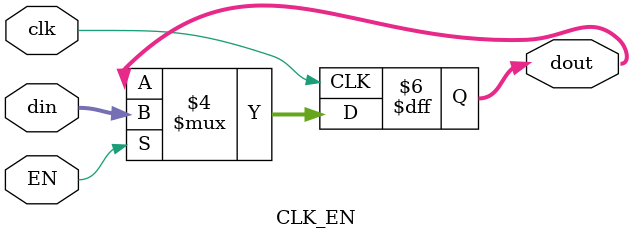
<source format=v>
`timescale 1ns / 1ps

module CLK_EN(
    input clk,
    input EN,
    input [31:0] din,
    output reg [31:0] dout
);

initial begin
dout = 0;
end

always@(posedge clk) begin
    if (EN)
        dout <= din;
    else
        dout <= dout;
end

endmodule
</source>
